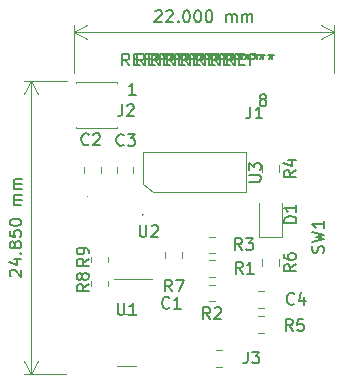
<source format=gbr>
G04 #@! TF.GenerationSoftware,KiCad,Pcbnew,5.1.7*
G04 #@! TF.CreationDate,2020-10-17T14:52:52-07:00*
G04 #@! TF.ProjectId,lofi,6c6f6669-2e6b-4696-9361-645f70636258,rev?*
G04 #@! TF.SameCoordinates,Original*
G04 #@! TF.FileFunction,Legend,Top*
G04 #@! TF.FilePolarity,Positive*
%FSLAX46Y46*%
G04 Gerber Fmt 4.6, Leading zero omitted, Abs format (unit mm)*
G04 Created by KiCad (PCBNEW 5.1.7) date 2020-10-17 14:52:52*
%MOMM*%
%LPD*%
G01*
G04 APERTURE LIST*
%ADD10C,0.150000*%
%ADD11C,0.120000*%
G04 APERTURE END LIST*
D10*
X117157142Y-63887619D02*
X117204761Y-63840000D01*
X117300000Y-63792380D01*
X117538095Y-63792380D01*
X117633333Y-63840000D01*
X117680952Y-63887619D01*
X117728571Y-63982857D01*
X117728571Y-64078095D01*
X117680952Y-64220952D01*
X117109523Y-64792380D01*
X117728571Y-64792380D01*
X118109523Y-63887619D02*
X118157142Y-63840000D01*
X118252380Y-63792380D01*
X118490476Y-63792380D01*
X118585714Y-63840000D01*
X118633333Y-63887619D01*
X118680952Y-63982857D01*
X118680952Y-64078095D01*
X118633333Y-64220952D01*
X118061904Y-64792380D01*
X118680952Y-64792380D01*
X119109523Y-64697142D02*
X119157142Y-64744761D01*
X119109523Y-64792380D01*
X119061904Y-64744761D01*
X119109523Y-64697142D01*
X119109523Y-64792380D01*
X119776190Y-63792380D02*
X119871428Y-63792380D01*
X119966666Y-63840000D01*
X120014285Y-63887619D01*
X120061904Y-63982857D01*
X120109523Y-64173333D01*
X120109523Y-64411428D01*
X120061904Y-64601904D01*
X120014285Y-64697142D01*
X119966666Y-64744761D01*
X119871428Y-64792380D01*
X119776190Y-64792380D01*
X119680952Y-64744761D01*
X119633333Y-64697142D01*
X119585714Y-64601904D01*
X119538095Y-64411428D01*
X119538095Y-64173333D01*
X119585714Y-63982857D01*
X119633333Y-63887619D01*
X119680952Y-63840000D01*
X119776190Y-63792380D01*
X120728571Y-63792380D02*
X120823809Y-63792380D01*
X120919047Y-63840000D01*
X120966666Y-63887619D01*
X121014285Y-63982857D01*
X121061904Y-64173333D01*
X121061904Y-64411428D01*
X121014285Y-64601904D01*
X120966666Y-64697142D01*
X120919047Y-64744761D01*
X120823809Y-64792380D01*
X120728571Y-64792380D01*
X120633333Y-64744761D01*
X120585714Y-64697142D01*
X120538095Y-64601904D01*
X120490476Y-64411428D01*
X120490476Y-64173333D01*
X120538095Y-63982857D01*
X120585714Y-63887619D01*
X120633333Y-63840000D01*
X120728571Y-63792380D01*
X121680952Y-63792380D02*
X121776190Y-63792380D01*
X121871428Y-63840000D01*
X121919047Y-63887619D01*
X121966666Y-63982857D01*
X122014285Y-64173333D01*
X122014285Y-64411428D01*
X121966666Y-64601904D01*
X121919047Y-64697142D01*
X121871428Y-64744761D01*
X121776190Y-64792380D01*
X121680952Y-64792380D01*
X121585714Y-64744761D01*
X121538095Y-64697142D01*
X121490476Y-64601904D01*
X121442857Y-64411428D01*
X121442857Y-64173333D01*
X121490476Y-63982857D01*
X121538095Y-63887619D01*
X121585714Y-63840000D01*
X121680952Y-63792380D01*
X123204761Y-64792380D02*
X123204761Y-64125714D01*
X123204761Y-64220952D02*
X123252380Y-64173333D01*
X123347619Y-64125714D01*
X123490476Y-64125714D01*
X123585714Y-64173333D01*
X123633333Y-64268571D01*
X123633333Y-64792380D01*
X123633333Y-64268571D02*
X123680952Y-64173333D01*
X123776190Y-64125714D01*
X123919047Y-64125714D01*
X124014285Y-64173333D01*
X124061904Y-64268571D01*
X124061904Y-64792380D01*
X124538095Y-64792380D02*
X124538095Y-64125714D01*
X124538095Y-64220952D02*
X124585714Y-64173333D01*
X124680952Y-64125714D01*
X124823809Y-64125714D01*
X124919047Y-64173333D01*
X124966666Y-64268571D01*
X124966666Y-64792380D01*
X124966666Y-64268571D02*
X125014285Y-64173333D01*
X125109523Y-64125714D01*
X125252380Y-64125714D01*
X125347619Y-64173333D01*
X125395238Y-64268571D01*
X125395238Y-64792380D01*
D11*
X110300000Y-65610000D02*
X132300000Y-65610000D01*
X110300000Y-69110000D02*
X110300000Y-65023579D01*
X132300000Y-69110000D02*
X132300000Y-65023579D01*
X132300000Y-65610000D02*
X131173496Y-66196421D01*
X132300000Y-65610000D02*
X131173496Y-65023579D01*
X110300000Y-65610000D02*
X111426504Y-66196421D01*
X110300000Y-65610000D02*
X111426504Y-65023579D01*
D10*
X104937620Y-86312152D02*
X104890059Y-86264476D01*
X104842555Y-86169180D01*
X104842842Y-85931085D01*
X104890576Y-85835905D01*
X104938253Y-85788343D01*
X105033548Y-85740839D01*
X105128786Y-85740954D01*
X105271586Y-85788746D01*
X105842324Y-86360864D01*
X105843072Y-85741817D01*
X105177440Y-84883870D02*
X105844106Y-84884674D01*
X104796201Y-85121505D02*
X105510198Y-85360462D01*
X105510946Y-84741415D01*
X105749501Y-84360750D02*
X105797177Y-84313189D01*
X105844739Y-84360865D01*
X105797062Y-84408427D01*
X105749501Y-84360750D01*
X105844739Y-84360865D01*
X105274058Y-83741128D02*
X105226324Y-83836309D01*
X105178647Y-83883870D01*
X105083352Y-83931374D01*
X105035733Y-83931317D01*
X104940552Y-83883583D01*
X104892991Y-83835906D01*
X104845487Y-83740611D01*
X104845717Y-83550135D01*
X104893451Y-83454954D01*
X104941127Y-83407393D01*
X105036423Y-83359889D01*
X105084042Y-83359946D01*
X105179222Y-83407680D01*
X105226784Y-83455357D01*
X105274288Y-83550652D01*
X105274058Y-83741128D01*
X105321562Y-83836424D01*
X105369123Y-83884100D01*
X105464304Y-83931834D01*
X105654780Y-83932064D01*
X105750076Y-83884560D01*
X105797752Y-83836999D01*
X105845486Y-83741818D01*
X105845716Y-83551342D01*
X105798212Y-83456046D01*
X105750650Y-83408370D01*
X105655470Y-83360636D01*
X105464994Y-83360406D01*
X105369698Y-83407910D01*
X105322022Y-83455472D01*
X105274288Y-83550652D01*
X104847039Y-82454897D02*
X104846464Y-82931088D01*
X105322597Y-82979281D01*
X105275035Y-82931605D01*
X105227531Y-82836309D01*
X105227819Y-82598214D01*
X105275553Y-82503034D01*
X105323229Y-82455472D01*
X105418525Y-82407968D01*
X105656620Y-82408256D01*
X105751800Y-82455990D01*
X105799362Y-82503666D01*
X105846866Y-82598962D01*
X105846578Y-82837057D01*
X105798844Y-82932237D01*
X105751168Y-82979799D01*
X104847844Y-81788231D02*
X104847959Y-81692993D01*
X104895693Y-81597813D01*
X104943369Y-81550251D01*
X105038665Y-81502747D01*
X105229198Y-81455358D01*
X105467293Y-81455646D01*
X105657712Y-81503495D01*
X105752892Y-81551228D01*
X105800454Y-81598905D01*
X105847958Y-81694201D01*
X105847843Y-81789439D01*
X105800109Y-81884619D01*
X105752433Y-81932181D01*
X105657137Y-81979685D01*
X105466603Y-82027074D01*
X105228508Y-82026786D01*
X105038090Y-81978937D01*
X104942909Y-81931203D01*
X104895348Y-81883527D01*
X104847844Y-81788231D01*
X105849683Y-80265630D02*
X105183016Y-80264825D01*
X105278254Y-80264940D02*
X105230693Y-80217264D01*
X105183189Y-80121968D01*
X105183361Y-79979111D01*
X105231095Y-79883931D01*
X105326391Y-79836427D01*
X105850200Y-79837059D01*
X105326391Y-79836427D02*
X105231210Y-79788693D01*
X105183706Y-79693397D01*
X105183879Y-79550540D01*
X105231613Y-79455360D01*
X105326908Y-79407856D01*
X105850717Y-79408488D01*
X105851292Y-78932298D02*
X105184626Y-78931493D01*
X105279864Y-78931608D02*
X105232303Y-78883931D01*
X105184799Y-78788636D01*
X105184971Y-78645779D01*
X105232705Y-78550598D01*
X105328001Y-78503094D01*
X105851810Y-78503727D01*
X105328001Y-78503094D02*
X105232820Y-78455360D01*
X105185316Y-78360065D01*
X105185488Y-78217208D01*
X105233222Y-78122027D01*
X105328518Y-78074523D01*
X105852327Y-78075156D01*
D11*
X106680002Y-69746378D02*
X106650002Y-94596378D01*
X109680000Y-69750000D02*
X106093582Y-69745670D01*
X109650000Y-94600000D02*
X106063582Y-94595670D01*
X106650002Y-94596378D02*
X106064942Y-93469167D01*
X106650002Y-94596378D02*
X107237782Y-93470583D01*
X106680002Y-69746378D02*
X106092222Y-70872173D01*
X106680002Y-69746378D02*
X107265062Y-70873589D01*
X111735000Y-84672936D02*
X111735000Y-85127064D01*
X113205000Y-84672936D02*
X113205000Y-85127064D01*
X111735000Y-86672936D02*
X111735000Y-87127064D01*
X113205000Y-86672936D02*
X113205000Y-87127064D01*
X118000000Y-84268748D02*
X118000000Y-84791252D01*
X119420000Y-84268748D02*
X119420000Y-84791252D01*
X116170711Y-81110000D02*
G75*
G03*
X116170711Y-81110000I-70711J0D01*
G01*
X116150000Y-75810000D02*
X116150000Y-78460000D01*
X124850000Y-75810000D02*
X116150000Y-75810000D01*
X124850000Y-79210000D02*
X124850000Y-75810000D01*
X116950000Y-79210000D02*
X124850000Y-79210000D01*
X116150000Y-78460000D02*
X116950000Y-79210000D01*
X113790000Y-88220000D02*
G75*
G03*
X113790000Y-88220000I-50000J0D01*
G01*
X113690000Y-86570000D02*
X116940000Y-86570000D01*
X110435000Y-69910000D02*
X110435000Y-69845000D01*
X113965000Y-69910000D02*
X113965000Y-69845000D01*
X110435000Y-73775000D02*
X110435000Y-73710000D01*
X113965000Y-73775000D02*
X113965000Y-73710000D01*
X113965000Y-69845000D02*
X110435000Y-69845000D01*
X113965000Y-73775000D02*
X110435000Y-73775000D01*
X122851252Y-93960000D02*
X122328748Y-93960000D01*
X122851252Y-92540000D02*
X122328748Y-92540000D01*
X111400000Y-79560000D02*
G75*
G03*
X111400000Y-79560000I-50000J0D01*
G01*
X111180000Y-77033748D02*
X111180000Y-77556252D01*
X112600000Y-77033748D02*
X112600000Y-77556252D01*
X113900000Y-77571252D02*
X113900000Y-77048748D01*
X115320000Y-77571252D02*
X115320000Y-77048748D01*
X126000000Y-80130000D02*
X126000000Y-82990000D01*
X126000000Y-82990000D02*
X127920000Y-82990000D01*
X127920000Y-82990000D02*
X127920000Y-80130000D01*
X121688748Y-86390000D02*
X122211252Y-86390000D01*
X121688748Y-84970000D02*
X122211252Y-84970000D01*
X122211252Y-87010000D02*
X121688748Y-87010000D01*
X122211252Y-88430000D02*
X121688748Y-88430000D01*
X121688748Y-82950000D02*
X122211252Y-82950000D01*
X121688748Y-84370000D02*
X122211252Y-84370000D01*
X126250000Y-76928748D02*
X126250000Y-77451252D01*
X127670000Y-76928748D02*
X127670000Y-77451252D01*
X125838748Y-89700000D02*
X126361252Y-89700000D01*
X125838748Y-91120000D02*
X126361252Y-91120000D01*
X127670000Y-84878748D02*
X127670000Y-85401252D01*
X126250000Y-84878748D02*
X126250000Y-85401252D01*
X113972631Y-89520000D02*
X115567369Y-89520000D01*
X113972631Y-93940000D02*
X115567369Y-93940000D01*
X125838748Y-87550000D02*
X126361252Y-87550000D01*
X125838748Y-88970000D02*
X126361252Y-88970000D01*
D10*
X111542380Y-84836666D02*
X111066190Y-85170000D01*
X111542380Y-85408095D02*
X110542380Y-85408095D01*
X110542380Y-85027142D01*
X110590000Y-84931904D01*
X110637619Y-84884285D01*
X110732857Y-84836666D01*
X110875714Y-84836666D01*
X110970952Y-84884285D01*
X111018571Y-84931904D01*
X111066190Y-85027142D01*
X111066190Y-85408095D01*
X111542380Y-84360476D02*
X111542380Y-84170000D01*
X111494761Y-84074761D01*
X111447142Y-84027142D01*
X111304285Y-83931904D01*
X111113809Y-83884285D01*
X110732857Y-83884285D01*
X110637619Y-83931904D01*
X110590000Y-83979523D01*
X110542380Y-84074761D01*
X110542380Y-84265238D01*
X110590000Y-84360476D01*
X110637619Y-84408095D01*
X110732857Y-84455714D01*
X110970952Y-84455714D01*
X111066190Y-84408095D01*
X111113809Y-84360476D01*
X111161428Y-84265238D01*
X111161428Y-84074761D01*
X111113809Y-83979523D01*
X111066190Y-83931904D01*
X110970952Y-83884285D01*
X111532380Y-86986666D02*
X111056190Y-87320000D01*
X111532380Y-87558095D02*
X110532380Y-87558095D01*
X110532380Y-87177142D01*
X110580000Y-87081904D01*
X110627619Y-87034285D01*
X110722857Y-86986666D01*
X110865714Y-86986666D01*
X110960952Y-87034285D01*
X111008571Y-87081904D01*
X111056190Y-87177142D01*
X111056190Y-87558095D01*
X110960952Y-86415238D02*
X110913333Y-86510476D01*
X110865714Y-86558095D01*
X110770476Y-86605714D01*
X110722857Y-86605714D01*
X110627619Y-86558095D01*
X110580000Y-86510476D01*
X110532380Y-86415238D01*
X110532380Y-86224761D01*
X110580000Y-86129523D01*
X110627619Y-86081904D01*
X110722857Y-86034285D01*
X110770476Y-86034285D01*
X110865714Y-86081904D01*
X110913333Y-86129523D01*
X110960952Y-86224761D01*
X110960952Y-86415238D01*
X111008571Y-86510476D01*
X111056190Y-86558095D01*
X111151428Y-86605714D01*
X111341904Y-86605714D01*
X111437142Y-86558095D01*
X111484761Y-86510476D01*
X111532380Y-86415238D01*
X111532380Y-86224761D01*
X111484761Y-86129523D01*
X111437142Y-86081904D01*
X111341904Y-86034285D01*
X111151428Y-86034285D01*
X111056190Y-86081904D01*
X111008571Y-86129523D01*
X110960952Y-86224761D01*
X118573333Y-87602380D02*
X118240000Y-87126190D01*
X118001904Y-87602380D02*
X118001904Y-86602380D01*
X118382857Y-86602380D01*
X118478095Y-86650000D01*
X118525714Y-86697619D01*
X118573333Y-86792857D01*
X118573333Y-86935714D01*
X118525714Y-87030952D01*
X118478095Y-87078571D01*
X118382857Y-87126190D01*
X118001904Y-87126190D01*
X118906666Y-86602380D02*
X119573333Y-86602380D01*
X119144761Y-87602380D01*
X131414761Y-84303333D02*
X131462380Y-84160476D01*
X131462380Y-83922380D01*
X131414761Y-83827142D01*
X131367142Y-83779523D01*
X131271904Y-83731904D01*
X131176666Y-83731904D01*
X131081428Y-83779523D01*
X131033809Y-83827142D01*
X130986190Y-83922380D01*
X130938571Y-84112857D01*
X130890952Y-84208095D01*
X130843333Y-84255714D01*
X130748095Y-84303333D01*
X130652857Y-84303333D01*
X130557619Y-84255714D01*
X130510000Y-84208095D01*
X130462380Y-84112857D01*
X130462380Y-83874761D01*
X130510000Y-83731904D01*
X130462380Y-83398571D02*
X131462380Y-83160476D01*
X130748095Y-82970000D01*
X131462380Y-82779523D01*
X130462380Y-82541428D01*
X131462380Y-81636666D02*
X131462380Y-82208095D01*
X131462380Y-81922380D02*
X130462380Y-81922380D01*
X130605238Y-82017619D01*
X130700476Y-82112857D01*
X130748095Y-82208095D01*
X125122380Y-78296904D02*
X125931904Y-78296904D01*
X126027142Y-78249285D01*
X126074761Y-78201666D01*
X126122380Y-78106428D01*
X126122380Y-77915952D01*
X126074761Y-77820714D01*
X126027142Y-77773095D01*
X125931904Y-77725476D01*
X125122380Y-77725476D01*
X125122380Y-77344523D02*
X125122380Y-76725476D01*
X125503333Y-77058809D01*
X125503333Y-76915952D01*
X125550952Y-76820714D01*
X125598571Y-76773095D01*
X125693809Y-76725476D01*
X125931904Y-76725476D01*
X126027142Y-76773095D01*
X126074761Y-76820714D01*
X126122380Y-76915952D01*
X126122380Y-77201666D01*
X126074761Y-77296904D01*
X126027142Y-77344523D01*
X113988095Y-88572380D02*
X113988095Y-89381904D01*
X114035714Y-89477142D01*
X114083333Y-89524761D01*
X114178571Y-89572380D01*
X114369047Y-89572380D01*
X114464285Y-89524761D01*
X114511904Y-89477142D01*
X114559523Y-89381904D01*
X114559523Y-88572380D01*
X115559523Y-89572380D02*
X114988095Y-89572380D01*
X115273809Y-89572380D02*
X115273809Y-88572380D01*
X115178571Y-88715238D01*
X115083333Y-88810476D01*
X114988095Y-88858095D01*
X125236666Y-71952380D02*
X125236666Y-72666666D01*
X125189047Y-72809523D01*
X125093809Y-72904761D01*
X124950952Y-72952380D01*
X124855714Y-72952380D01*
X126236666Y-72952380D02*
X125665238Y-72952380D01*
X125950952Y-72952380D02*
X125950952Y-71952380D01*
X125855714Y-72095238D01*
X125760476Y-72190476D01*
X125665238Y-72238095D01*
X126204761Y-71330952D02*
X126109523Y-71283333D01*
X126061904Y-71235714D01*
X126014285Y-71140476D01*
X126014285Y-71092857D01*
X126061904Y-70997619D01*
X126109523Y-70950000D01*
X126204761Y-70902380D01*
X126395238Y-70902380D01*
X126490476Y-70950000D01*
X126538095Y-70997619D01*
X126585714Y-71092857D01*
X126585714Y-71140476D01*
X126538095Y-71235714D01*
X126490476Y-71283333D01*
X126395238Y-71330952D01*
X126204761Y-71330952D01*
X126109523Y-71378571D01*
X126061904Y-71426190D01*
X126014285Y-71521428D01*
X126014285Y-71711904D01*
X126061904Y-71807142D01*
X126109523Y-71854761D01*
X126204761Y-71902380D01*
X126395238Y-71902380D01*
X126490476Y-71854761D01*
X126538095Y-71807142D01*
X126585714Y-71711904D01*
X126585714Y-71521428D01*
X126538095Y-71426190D01*
X126490476Y-71378571D01*
X126395238Y-71330952D01*
X115515714Y-70942380D02*
X114944285Y-70942380D01*
X115230000Y-70942380D02*
X115230000Y-69942380D01*
X115134761Y-70085238D01*
X115039523Y-70180476D01*
X114944285Y-70228095D01*
X115505714Y-70942380D02*
X114934285Y-70942380D01*
X115220000Y-70942380D02*
X115220000Y-69942380D01*
X115124761Y-70085238D01*
X115029523Y-70180476D01*
X114934285Y-70228095D01*
X123856666Y-68467380D02*
X123523333Y-67991190D01*
X123285238Y-68467380D02*
X123285238Y-67467380D01*
X123666190Y-67467380D01*
X123761428Y-67515000D01*
X123809047Y-67562619D01*
X123856666Y-67657857D01*
X123856666Y-67800714D01*
X123809047Y-67895952D01*
X123761428Y-67943571D01*
X123666190Y-67991190D01*
X123285238Y-67991190D01*
X124285238Y-67943571D02*
X124618571Y-67943571D01*
X124761428Y-68467380D02*
X124285238Y-68467380D01*
X124285238Y-67467380D01*
X124761428Y-67467380D01*
X125523333Y-67943571D02*
X125190000Y-67943571D01*
X125190000Y-68467380D02*
X125190000Y-67467380D01*
X125666190Y-67467380D01*
X126190000Y-67467380D02*
X126190000Y-67705476D01*
X125951904Y-67610238D02*
X126190000Y-67705476D01*
X126428095Y-67610238D01*
X126047142Y-67895952D02*
X126190000Y-67705476D01*
X126332857Y-67895952D01*
X126951904Y-67467380D02*
X126951904Y-67705476D01*
X126713809Y-67610238D02*
X126951904Y-67705476D01*
X127190000Y-67610238D01*
X126809047Y-67895952D02*
X126951904Y-67705476D01*
X127094761Y-67895952D01*
X122586666Y-68467380D02*
X122253333Y-67991190D01*
X122015238Y-68467380D02*
X122015238Y-67467380D01*
X122396190Y-67467380D01*
X122491428Y-67515000D01*
X122539047Y-67562619D01*
X122586666Y-67657857D01*
X122586666Y-67800714D01*
X122539047Y-67895952D01*
X122491428Y-67943571D01*
X122396190Y-67991190D01*
X122015238Y-67991190D01*
X123015238Y-67943571D02*
X123348571Y-67943571D01*
X123491428Y-68467380D02*
X123015238Y-68467380D01*
X123015238Y-67467380D01*
X123491428Y-67467380D01*
X124253333Y-67943571D02*
X123920000Y-67943571D01*
X123920000Y-68467380D02*
X123920000Y-67467380D01*
X124396190Y-67467380D01*
X124920000Y-67467380D02*
X124920000Y-67705476D01*
X124681904Y-67610238D02*
X124920000Y-67705476D01*
X125158095Y-67610238D01*
X124777142Y-67895952D02*
X124920000Y-67705476D01*
X125062857Y-67895952D01*
X125681904Y-67467380D02*
X125681904Y-67705476D01*
X125443809Y-67610238D02*
X125681904Y-67705476D01*
X125920000Y-67610238D01*
X125539047Y-67895952D02*
X125681904Y-67705476D01*
X125824761Y-67895952D01*
X121316666Y-68467380D02*
X120983333Y-67991190D01*
X120745238Y-68467380D02*
X120745238Y-67467380D01*
X121126190Y-67467380D01*
X121221428Y-67515000D01*
X121269047Y-67562619D01*
X121316666Y-67657857D01*
X121316666Y-67800714D01*
X121269047Y-67895952D01*
X121221428Y-67943571D01*
X121126190Y-67991190D01*
X120745238Y-67991190D01*
X121745238Y-67943571D02*
X122078571Y-67943571D01*
X122221428Y-68467380D02*
X121745238Y-68467380D01*
X121745238Y-67467380D01*
X122221428Y-67467380D01*
X122983333Y-67943571D02*
X122650000Y-67943571D01*
X122650000Y-68467380D02*
X122650000Y-67467380D01*
X123126190Y-67467380D01*
X123650000Y-67467380D02*
X123650000Y-67705476D01*
X123411904Y-67610238D02*
X123650000Y-67705476D01*
X123888095Y-67610238D01*
X123507142Y-67895952D02*
X123650000Y-67705476D01*
X123792857Y-67895952D01*
X124411904Y-67467380D02*
X124411904Y-67705476D01*
X124173809Y-67610238D02*
X124411904Y-67705476D01*
X124650000Y-67610238D01*
X124269047Y-67895952D02*
X124411904Y-67705476D01*
X124554761Y-67895952D01*
X120046666Y-68467380D02*
X119713333Y-67991190D01*
X119475238Y-68467380D02*
X119475238Y-67467380D01*
X119856190Y-67467380D01*
X119951428Y-67515000D01*
X119999047Y-67562619D01*
X120046666Y-67657857D01*
X120046666Y-67800714D01*
X119999047Y-67895952D01*
X119951428Y-67943571D01*
X119856190Y-67991190D01*
X119475238Y-67991190D01*
X120475238Y-67943571D02*
X120808571Y-67943571D01*
X120951428Y-68467380D02*
X120475238Y-68467380D01*
X120475238Y-67467380D01*
X120951428Y-67467380D01*
X121713333Y-67943571D02*
X121380000Y-67943571D01*
X121380000Y-68467380D02*
X121380000Y-67467380D01*
X121856190Y-67467380D01*
X122380000Y-67467380D02*
X122380000Y-67705476D01*
X122141904Y-67610238D02*
X122380000Y-67705476D01*
X122618095Y-67610238D01*
X122237142Y-67895952D02*
X122380000Y-67705476D01*
X122522857Y-67895952D01*
X123141904Y-67467380D02*
X123141904Y-67705476D01*
X122903809Y-67610238D02*
X123141904Y-67705476D01*
X123380000Y-67610238D01*
X122999047Y-67895952D02*
X123141904Y-67705476D01*
X123284761Y-67895952D01*
X118776666Y-68467380D02*
X118443333Y-67991190D01*
X118205238Y-68467380D02*
X118205238Y-67467380D01*
X118586190Y-67467380D01*
X118681428Y-67515000D01*
X118729047Y-67562619D01*
X118776666Y-67657857D01*
X118776666Y-67800714D01*
X118729047Y-67895952D01*
X118681428Y-67943571D01*
X118586190Y-67991190D01*
X118205238Y-67991190D01*
X119205238Y-67943571D02*
X119538571Y-67943571D01*
X119681428Y-68467380D02*
X119205238Y-68467380D01*
X119205238Y-67467380D01*
X119681428Y-67467380D01*
X120443333Y-67943571D02*
X120110000Y-67943571D01*
X120110000Y-68467380D02*
X120110000Y-67467380D01*
X120586190Y-67467380D01*
X121110000Y-67467380D02*
X121110000Y-67705476D01*
X120871904Y-67610238D02*
X121110000Y-67705476D01*
X121348095Y-67610238D01*
X120967142Y-67895952D02*
X121110000Y-67705476D01*
X121252857Y-67895952D01*
X121871904Y-67467380D02*
X121871904Y-67705476D01*
X121633809Y-67610238D02*
X121871904Y-67705476D01*
X122110000Y-67610238D01*
X121729047Y-67895952D02*
X121871904Y-67705476D01*
X122014761Y-67895952D01*
X117506666Y-68467380D02*
X117173333Y-67991190D01*
X116935238Y-68467380D02*
X116935238Y-67467380D01*
X117316190Y-67467380D01*
X117411428Y-67515000D01*
X117459047Y-67562619D01*
X117506666Y-67657857D01*
X117506666Y-67800714D01*
X117459047Y-67895952D01*
X117411428Y-67943571D01*
X117316190Y-67991190D01*
X116935238Y-67991190D01*
X117935238Y-67943571D02*
X118268571Y-67943571D01*
X118411428Y-68467380D02*
X117935238Y-68467380D01*
X117935238Y-67467380D01*
X118411428Y-67467380D01*
X119173333Y-67943571D02*
X118840000Y-67943571D01*
X118840000Y-68467380D02*
X118840000Y-67467380D01*
X119316190Y-67467380D01*
X119840000Y-67467380D02*
X119840000Y-67705476D01*
X119601904Y-67610238D02*
X119840000Y-67705476D01*
X120078095Y-67610238D01*
X119697142Y-67895952D02*
X119840000Y-67705476D01*
X119982857Y-67895952D01*
X120601904Y-67467380D02*
X120601904Y-67705476D01*
X120363809Y-67610238D02*
X120601904Y-67705476D01*
X120840000Y-67610238D01*
X120459047Y-67895952D02*
X120601904Y-67705476D01*
X120744761Y-67895952D01*
X116236666Y-68467380D02*
X115903333Y-67991190D01*
X115665238Y-68467380D02*
X115665238Y-67467380D01*
X116046190Y-67467380D01*
X116141428Y-67515000D01*
X116189047Y-67562619D01*
X116236666Y-67657857D01*
X116236666Y-67800714D01*
X116189047Y-67895952D01*
X116141428Y-67943571D01*
X116046190Y-67991190D01*
X115665238Y-67991190D01*
X116665238Y-67943571D02*
X116998571Y-67943571D01*
X117141428Y-68467380D02*
X116665238Y-68467380D01*
X116665238Y-67467380D01*
X117141428Y-67467380D01*
X117903333Y-67943571D02*
X117570000Y-67943571D01*
X117570000Y-68467380D02*
X117570000Y-67467380D01*
X118046190Y-67467380D01*
X118570000Y-67467380D02*
X118570000Y-67705476D01*
X118331904Y-67610238D02*
X118570000Y-67705476D01*
X118808095Y-67610238D01*
X118427142Y-67895952D02*
X118570000Y-67705476D01*
X118712857Y-67895952D01*
X119331904Y-67467380D02*
X119331904Y-67705476D01*
X119093809Y-67610238D02*
X119331904Y-67705476D01*
X119570000Y-67610238D01*
X119189047Y-67895952D02*
X119331904Y-67705476D01*
X119474761Y-67895952D01*
X114966666Y-68467380D02*
X114633333Y-67991190D01*
X114395238Y-68467380D02*
X114395238Y-67467380D01*
X114776190Y-67467380D01*
X114871428Y-67515000D01*
X114919047Y-67562619D01*
X114966666Y-67657857D01*
X114966666Y-67800714D01*
X114919047Y-67895952D01*
X114871428Y-67943571D01*
X114776190Y-67991190D01*
X114395238Y-67991190D01*
X115395238Y-67943571D02*
X115728571Y-67943571D01*
X115871428Y-68467380D02*
X115395238Y-68467380D01*
X115395238Y-67467380D01*
X115871428Y-67467380D01*
X116633333Y-67943571D02*
X116300000Y-67943571D01*
X116300000Y-68467380D02*
X116300000Y-67467380D01*
X116776190Y-67467380D01*
X117300000Y-67467380D02*
X117300000Y-67705476D01*
X117061904Y-67610238D02*
X117300000Y-67705476D01*
X117538095Y-67610238D01*
X117157142Y-67895952D02*
X117300000Y-67705476D01*
X117442857Y-67895952D01*
X118061904Y-67467380D02*
X118061904Y-67705476D01*
X117823809Y-67610238D02*
X118061904Y-67705476D01*
X118300000Y-67610238D01*
X117919047Y-67895952D02*
X118061904Y-67705476D01*
X118204761Y-67895952D01*
X114366666Y-71762380D02*
X114366666Y-72476666D01*
X114319047Y-72619523D01*
X114223809Y-72714761D01*
X114080952Y-72762380D01*
X113985714Y-72762380D01*
X114795238Y-71857619D02*
X114842857Y-71810000D01*
X114938095Y-71762380D01*
X115176190Y-71762380D01*
X115271428Y-71810000D01*
X115319047Y-71857619D01*
X115366666Y-71952857D01*
X115366666Y-72048095D01*
X115319047Y-72190952D01*
X114747619Y-72762380D01*
X115366666Y-72762380D01*
X124996666Y-92692380D02*
X124996666Y-93406666D01*
X124949047Y-93549523D01*
X124853809Y-93644761D01*
X124710952Y-93692380D01*
X124615714Y-93692380D01*
X125377619Y-92692380D02*
X125996666Y-92692380D01*
X125663333Y-93073333D01*
X125806190Y-93073333D01*
X125901428Y-93120952D01*
X125949047Y-93168571D01*
X125996666Y-93263809D01*
X125996666Y-93501904D01*
X125949047Y-93597142D01*
X125901428Y-93644761D01*
X125806190Y-93692380D01*
X125520476Y-93692380D01*
X125425238Y-93644761D01*
X125377619Y-93597142D01*
X115858095Y-81972380D02*
X115858095Y-82781904D01*
X115905714Y-82877142D01*
X115953333Y-82924761D01*
X116048571Y-82972380D01*
X116239047Y-82972380D01*
X116334285Y-82924761D01*
X116381904Y-82877142D01*
X116429523Y-82781904D01*
X116429523Y-81972380D01*
X116858095Y-82067619D02*
X116905714Y-82020000D01*
X117000952Y-81972380D01*
X117239047Y-81972380D01*
X117334285Y-82020000D01*
X117381904Y-82067619D01*
X117429523Y-82162857D01*
X117429523Y-82258095D01*
X117381904Y-82400952D01*
X116810476Y-82972380D01*
X117429523Y-82972380D01*
X111543333Y-75127142D02*
X111495714Y-75174761D01*
X111352857Y-75222380D01*
X111257619Y-75222380D01*
X111114761Y-75174761D01*
X111019523Y-75079523D01*
X110971904Y-74984285D01*
X110924285Y-74793809D01*
X110924285Y-74650952D01*
X110971904Y-74460476D01*
X111019523Y-74365238D01*
X111114761Y-74270000D01*
X111257619Y-74222380D01*
X111352857Y-74222380D01*
X111495714Y-74270000D01*
X111543333Y-74317619D01*
X111924285Y-74317619D02*
X111971904Y-74270000D01*
X112067142Y-74222380D01*
X112305238Y-74222380D01*
X112400476Y-74270000D01*
X112448095Y-74317619D01*
X112495714Y-74412857D01*
X112495714Y-74508095D01*
X112448095Y-74650952D01*
X111876666Y-75222380D01*
X112495714Y-75222380D01*
X114503333Y-75167142D02*
X114455714Y-75214761D01*
X114312857Y-75262380D01*
X114217619Y-75262380D01*
X114074761Y-75214761D01*
X113979523Y-75119523D01*
X113931904Y-75024285D01*
X113884285Y-74833809D01*
X113884285Y-74690952D01*
X113931904Y-74500476D01*
X113979523Y-74405238D01*
X114074761Y-74310000D01*
X114217619Y-74262380D01*
X114312857Y-74262380D01*
X114455714Y-74310000D01*
X114503333Y-74357619D01*
X114836666Y-74262380D02*
X115455714Y-74262380D01*
X115122380Y-74643333D01*
X115265238Y-74643333D01*
X115360476Y-74690952D01*
X115408095Y-74738571D01*
X115455714Y-74833809D01*
X115455714Y-75071904D01*
X115408095Y-75167142D01*
X115360476Y-75214761D01*
X115265238Y-75262380D01*
X114979523Y-75262380D01*
X114884285Y-75214761D01*
X114836666Y-75167142D01*
X129112380Y-81798095D02*
X128112380Y-81798095D01*
X128112380Y-81560000D01*
X128160000Y-81417142D01*
X128255238Y-81321904D01*
X128350476Y-81274285D01*
X128540952Y-81226666D01*
X128683809Y-81226666D01*
X128874285Y-81274285D01*
X128969523Y-81321904D01*
X129064761Y-81417142D01*
X129112380Y-81560000D01*
X129112380Y-81798095D01*
X129112380Y-80274285D02*
X129112380Y-80845714D01*
X129112380Y-80560000D02*
X128112380Y-80560000D01*
X128255238Y-80655238D01*
X128350476Y-80750476D01*
X128398095Y-80845714D01*
X124563333Y-86082380D02*
X124230000Y-85606190D01*
X123991904Y-86082380D02*
X123991904Y-85082380D01*
X124372857Y-85082380D01*
X124468095Y-85130000D01*
X124515714Y-85177619D01*
X124563333Y-85272857D01*
X124563333Y-85415714D01*
X124515714Y-85510952D01*
X124468095Y-85558571D01*
X124372857Y-85606190D01*
X123991904Y-85606190D01*
X125515714Y-86082380D02*
X124944285Y-86082380D01*
X125230000Y-86082380D02*
X125230000Y-85082380D01*
X125134761Y-85225238D01*
X125039523Y-85320476D01*
X124944285Y-85368095D01*
X121823333Y-89912380D02*
X121490000Y-89436190D01*
X121251904Y-89912380D02*
X121251904Y-88912380D01*
X121632857Y-88912380D01*
X121728095Y-88960000D01*
X121775714Y-89007619D01*
X121823333Y-89102857D01*
X121823333Y-89245714D01*
X121775714Y-89340952D01*
X121728095Y-89388571D01*
X121632857Y-89436190D01*
X121251904Y-89436190D01*
X122204285Y-89007619D02*
X122251904Y-88960000D01*
X122347142Y-88912380D01*
X122585238Y-88912380D01*
X122680476Y-88960000D01*
X122728095Y-89007619D01*
X122775714Y-89102857D01*
X122775714Y-89198095D01*
X122728095Y-89340952D01*
X122156666Y-89912380D01*
X122775714Y-89912380D01*
X124503333Y-84092380D02*
X124170000Y-83616190D01*
X123931904Y-84092380D02*
X123931904Y-83092380D01*
X124312857Y-83092380D01*
X124408095Y-83140000D01*
X124455714Y-83187619D01*
X124503333Y-83282857D01*
X124503333Y-83425714D01*
X124455714Y-83520952D01*
X124408095Y-83568571D01*
X124312857Y-83616190D01*
X123931904Y-83616190D01*
X124836666Y-83092380D02*
X125455714Y-83092380D01*
X125122380Y-83473333D01*
X125265238Y-83473333D01*
X125360476Y-83520952D01*
X125408095Y-83568571D01*
X125455714Y-83663809D01*
X125455714Y-83901904D01*
X125408095Y-83997142D01*
X125360476Y-84044761D01*
X125265238Y-84092380D01*
X124979523Y-84092380D01*
X124884285Y-84044761D01*
X124836666Y-83997142D01*
X129062380Y-77356666D02*
X128586190Y-77690000D01*
X129062380Y-77928095D02*
X128062380Y-77928095D01*
X128062380Y-77547142D01*
X128110000Y-77451904D01*
X128157619Y-77404285D01*
X128252857Y-77356666D01*
X128395714Y-77356666D01*
X128490952Y-77404285D01*
X128538571Y-77451904D01*
X128586190Y-77547142D01*
X128586190Y-77928095D01*
X128395714Y-76499523D02*
X129062380Y-76499523D01*
X128014761Y-76737619D02*
X128729047Y-76975714D01*
X128729047Y-76356666D01*
X128813333Y-90942380D02*
X128480000Y-90466190D01*
X128241904Y-90942380D02*
X128241904Y-89942380D01*
X128622857Y-89942380D01*
X128718095Y-89990000D01*
X128765714Y-90037619D01*
X128813333Y-90132857D01*
X128813333Y-90275714D01*
X128765714Y-90370952D01*
X128718095Y-90418571D01*
X128622857Y-90466190D01*
X128241904Y-90466190D01*
X129718095Y-89942380D02*
X129241904Y-89942380D01*
X129194285Y-90418571D01*
X129241904Y-90370952D01*
X129337142Y-90323333D01*
X129575238Y-90323333D01*
X129670476Y-90370952D01*
X129718095Y-90418571D01*
X129765714Y-90513809D01*
X129765714Y-90751904D01*
X129718095Y-90847142D01*
X129670476Y-90894761D01*
X129575238Y-90942380D01*
X129337142Y-90942380D01*
X129241904Y-90894761D01*
X129194285Y-90847142D01*
X129062380Y-85306666D02*
X128586190Y-85640000D01*
X129062380Y-85878095D02*
X128062380Y-85878095D01*
X128062380Y-85497142D01*
X128110000Y-85401904D01*
X128157619Y-85354285D01*
X128252857Y-85306666D01*
X128395714Y-85306666D01*
X128490952Y-85354285D01*
X128538571Y-85401904D01*
X128586190Y-85497142D01*
X128586190Y-85878095D01*
X128062380Y-84449523D02*
X128062380Y-84640000D01*
X128110000Y-84735238D01*
X128157619Y-84782857D01*
X128300476Y-84878095D01*
X128490952Y-84925714D01*
X128871904Y-84925714D01*
X128967142Y-84878095D01*
X129014761Y-84830476D01*
X129062380Y-84735238D01*
X129062380Y-84544761D01*
X129014761Y-84449523D01*
X128967142Y-84401904D01*
X128871904Y-84354285D01*
X128633809Y-84354285D01*
X128538571Y-84401904D01*
X128490952Y-84449523D01*
X128443333Y-84544761D01*
X128443333Y-84735238D01*
X128490952Y-84830476D01*
X128538571Y-84878095D01*
X128633809Y-84925714D01*
X118363333Y-88957142D02*
X118315714Y-89004761D01*
X118172857Y-89052380D01*
X118077619Y-89052380D01*
X117934761Y-89004761D01*
X117839523Y-88909523D01*
X117791904Y-88814285D01*
X117744285Y-88623809D01*
X117744285Y-88480952D01*
X117791904Y-88290476D01*
X117839523Y-88195238D01*
X117934761Y-88100000D01*
X118077619Y-88052380D01*
X118172857Y-88052380D01*
X118315714Y-88100000D01*
X118363333Y-88147619D01*
X119315714Y-89052380D02*
X118744285Y-89052380D01*
X119030000Y-89052380D02*
X119030000Y-88052380D01*
X118934761Y-88195238D01*
X118839523Y-88290476D01*
X118744285Y-88338095D01*
X128933333Y-88627142D02*
X128885714Y-88674761D01*
X128742857Y-88722380D01*
X128647619Y-88722380D01*
X128504761Y-88674761D01*
X128409523Y-88579523D01*
X128361904Y-88484285D01*
X128314285Y-88293809D01*
X128314285Y-88150952D01*
X128361904Y-87960476D01*
X128409523Y-87865238D01*
X128504761Y-87770000D01*
X128647619Y-87722380D01*
X128742857Y-87722380D01*
X128885714Y-87770000D01*
X128933333Y-87817619D01*
X129790476Y-88055714D02*
X129790476Y-88722380D01*
X129552380Y-87674761D02*
X129314285Y-88389047D01*
X129933333Y-88389047D01*
M02*

</source>
